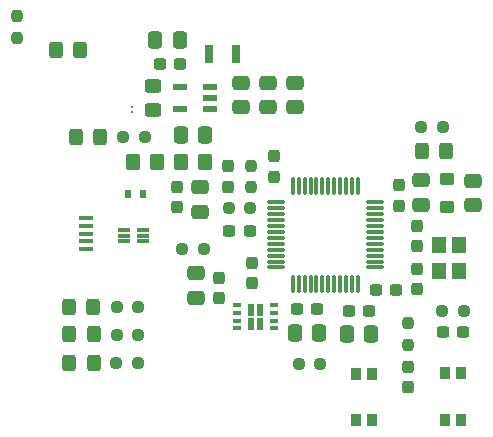
<source format=gbr>
%TF.GenerationSoftware,KiCad,Pcbnew,9.0.0*%
%TF.CreationDate,2026-01-14T19:26:19-05:00*%
%TF.ProjectId,telemetry-node,74656c65-6d65-4747-9279-2d6e6f64652e,rev?*%
%TF.SameCoordinates,Original*%
%TF.FileFunction,Paste,Top*%
%TF.FilePolarity,Positive*%
%FSLAX46Y46*%
G04 Gerber Fmt 4.6, Leading zero omitted, Abs format (unit mm)*
G04 Created by KiCad (PCBNEW 9.0.0) date 2026-01-14 19:26:19*
%MOMM*%
%LPD*%
G01*
G04 APERTURE LIST*
G04 Aperture macros list*
%AMRoundRect*
0 Rectangle with rounded corners*
0 $1 Rounding radius*
0 $2 $3 $4 $5 $6 $7 $8 $9 X,Y pos of 4 corners*
0 Add a 4 corners polygon primitive as box body*
4,1,4,$2,$3,$4,$5,$6,$7,$8,$9,$2,$3,0*
0 Add four circle primitives for the rounded corners*
1,1,$1+$1,$2,$3*
1,1,$1+$1,$4,$5*
1,1,$1+$1,$6,$7*
1,1,$1+$1,$8,$9*
0 Add four rect primitives between the rounded corners*
20,1,$1+$1,$2,$3,$4,$5,0*
20,1,$1+$1,$4,$5,$6,$7,0*
20,1,$1+$1,$6,$7,$8,$9,0*
20,1,$1+$1,$8,$9,$2,$3,0*%
G04 Aperture macros list end*
%ADD10RoundRect,0.250000X-0.475000X0.337500X-0.475000X-0.337500X0.475000X-0.337500X0.475000X0.337500X0*%
%ADD11RoundRect,0.250000X0.325000X0.450000X-0.325000X0.450000X-0.325000X-0.450000X0.325000X-0.450000X0*%
%ADD12RoundRect,0.237500X0.250000X0.237500X-0.250000X0.237500X-0.250000X-0.237500X0.250000X-0.237500X0*%
%ADD13RoundRect,0.250000X-0.337500X-0.475000X0.337500X-0.475000X0.337500X0.475000X-0.337500X0.475000X0*%
%ADD14R,1.200000X0.600000*%
%ADD15RoundRect,0.237500X-0.237500X0.300000X-0.237500X-0.300000X0.237500X-0.300000X0.237500X0.300000X0*%
%ADD16RoundRect,0.250000X-0.325000X-0.450000X0.325000X-0.450000X0.325000X0.450000X-0.325000X0.450000X0*%
%ADD17RoundRect,0.237500X0.237500X-0.300000X0.237500X0.300000X-0.237500X0.300000X-0.237500X-0.300000X0*%
%ADD18R,0.700000X1.500000*%
%ADD19RoundRect,0.250000X-0.350000X-0.450000X0.350000X-0.450000X0.350000X0.450000X-0.350000X0.450000X0*%
%ADD20RoundRect,0.250000X0.337500X0.475000X-0.337500X0.475000X-0.337500X-0.475000X0.337500X-0.475000X0*%
%ADD21RoundRect,0.237500X-0.237500X0.250000X-0.237500X-0.250000X0.237500X-0.250000X0.237500X0.250000X0*%
%ADD22RoundRect,0.237500X-0.300000X-0.237500X0.300000X-0.237500X0.300000X0.237500X-0.300000X0.237500X0*%
%ADD23R,1.300000X0.450000*%
%ADD24RoundRect,0.237500X0.300000X0.237500X-0.300000X0.237500X-0.300000X-0.237500X0.300000X-0.237500X0*%
%ADD25RoundRect,0.075000X0.662500X0.075000X-0.662500X0.075000X-0.662500X-0.075000X0.662500X-0.075000X0*%
%ADD26RoundRect,0.075000X0.075000X0.662500X-0.075000X0.662500X-0.075000X-0.662500X0.075000X-0.662500X0*%
%ADD27RoundRect,0.237500X-0.237500X0.287500X-0.237500X-0.287500X0.237500X-0.287500X0.237500X0.287500X0*%
%ADD28RoundRect,0.250000X0.350000X-0.275000X0.350000X0.275000X-0.350000X0.275000X-0.350000X-0.275000X0*%
%ADD29R,0.900000X1.050000*%
%ADD30R,0.990000X0.300000*%
%ADD31RoundRect,0.250000X-0.450000X0.325000X-0.450000X-0.325000X0.450000X-0.325000X0.450000X0.325000X0*%
%ADD32R,0.550000X0.800000*%
%ADD33R,0.280000X0.200000*%
%ADD34RoundRect,0.237500X-0.250000X-0.237500X0.250000X-0.237500X0.250000X0.237500X-0.250000X0.237500X0*%
%ADD35R,0.600000X1.000000*%
%ADD36R,0.650000X0.350000*%
%ADD37RoundRect,0.250000X0.475000X-0.337500X0.475000X0.337500X-0.475000X0.337500X-0.475000X-0.337500X0*%
%ADD38R,1.200000X1.400000*%
G04 APERTURE END LIST*
D10*
%TO.C,C25*%
X208600000Y-56425000D03*
X208600000Y-58500000D03*
%TD*%
D11*
%TO.C,D11*%
X190425000Y-53600000D03*
X188375000Y-53600000D03*
%TD*%
D12*
%TO.C,R5*%
X222912500Y-75750000D03*
X221087500Y-75750000D03*
%TD*%
%TO.C,R30*%
X195887500Y-61000000D03*
X194062500Y-61000000D03*
%TD*%
D10*
%TO.C,C23*%
X204000000Y-56400000D03*
X204000000Y-58475000D03*
%TD*%
D13*
%TO.C,C22*%
X198912500Y-60825000D03*
X200987500Y-60825000D03*
%TD*%
D14*
%TO.C,IC1*%
X201400000Y-58675000D03*
X201400000Y-57725000D03*
X201400000Y-56775000D03*
X198900000Y-56775000D03*
X198900000Y-58675000D03*
%TD*%
D15*
%TO.C,C58*%
X202187500Y-72937500D03*
X202187500Y-74662500D03*
%TD*%
D16*
%TO.C,D15*%
X189500000Y-80100000D03*
X191550000Y-80100000D03*
%TD*%
D17*
%TO.C,C18*%
X218937500Y-70275000D03*
X218937500Y-68550000D03*
%TD*%
D18*
%TO.C,L2*%
X201350000Y-54000000D03*
X203650000Y-54000000D03*
%TD*%
D12*
%TO.C,R34*%
X221100000Y-60200000D03*
X219275000Y-60200000D03*
%TD*%
D16*
%TO.C,D12*%
X190050000Y-61000000D03*
X192100000Y-61000000D03*
%TD*%
D13*
%TO.C,C16*%
X208600000Y-77600000D03*
X210675000Y-77600000D03*
%TD*%
D19*
%TO.C,R10*%
X198950000Y-63100000D03*
X200950000Y-63100000D03*
%TD*%
D10*
%TO.C,C2*%
X200550000Y-65275000D03*
X200550000Y-67350000D03*
%TD*%
D20*
%TO.C,C7*%
X215062500Y-77700000D03*
X212987500Y-77700000D03*
%TD*%
D21*
%TO.C,R4*%
X218187500Y-76787500D03*
X218187500Y-78612500D03*
%TD*%
D15*
%TO.C,C12*%
X218937500Y-72187500D03*
X218937500Y-73912500D03*
%TD*%
D12*
%TO.C,R9*%
X204812500Y-67050000D03*
X202987500Y-67050000D03*
%TD*%
%TO.C,R13*%
X210750000Y-80200000D03*
X208925000Y-80200000D03*
%TD*%
D22*
%TO.C,C13*%
X215425000Y-74000000D03*
X217150000Y-74000000D03*
%TD*%
D23*
%TO.C,J11*%
X190950000Y-67900000D03*
X190950000Y-68550000D03*
X190950000Y-69200000D03*
X190950000Y-69850000D03*
X190950000Y-70500000D03*
%TD*%
D21*
%TO.C,R29*%
X185100000Y-50787500D03*
X185100000Y-52612500D03*
%TD*%
D17*
%TO.C,C8*%
X217387500Y-66825000D03*
X217387500Y-65100000D03*
%TD*%
D15*
%TO.C,C11*%
X218187500Y-80475000D03*
X218187500Y-82200000D03*
%TD*%
D21*
%TO.C,R6*%
X204850000Y-63450000D03*
X204850000Y-65275000D03*
%TD*%
D22*
%TO.C,C17*%
X208775000Y-75600000D03*
X210500000Y-75600000D03*
%TD*%
D24*
%TO.C,C21*%
X198900000Y-54800000D03*
X197175000Y-54800000D03*
%TD*%
D16*
%TO.C,D6*%
X189487500Y-75400000D03*
X191537500Y-75400000D03*
%TD*%
D13*
%TO.C,C20*%
X196775000Y-52800000D03*
X198850000Y-52800000D03*
%TD*%
D25*
%TO.C,U1*%
X215337500Y-72050000D03*
X215337500Y-71550000D03*
X215337500Y-71050000D03*
X215337500Y-70550000D03*
X215337500Y-70050000D03*
X215337500Y-69550000D03*
X215337500Y-69050000D03*
X215337500Y-68550000D03*
X215337500Y-68050000D03*
X215337500Y-67550000D03*
X215337500Y-67050000D03*
X215337500Y-66550000D03*
D26*
X213925000Y-65137500D03*
X213425000Y-65137500D03*
X212925000Y-65137500D03*
X212425000Y-65137500D03*
X211925000Y-65137500D03*
X211425000Y-65137500D03*
X210925000Y-65137500D03*
X210425000Y-65137500D03*
X209925000Y-65137500D03*
X209425000Y-65137500D03*
X208925000Y-65137500D03*
X208425000Y-65137500D03*
D25*
X207012500Y-66550000D03*
X207012500Y-67050000D03*
X207012500Y-67550000D03*
X207012500Y-68050000D03*
X207012500Y-68550000D03*
X207012500Y-69050000D03*
X207012500Y-69550000D03*
X207012500Y-70050000D03*
X207012500Y-70550000D03*
X207012500Y-71050000D03*
X207012500Y-71550000D03*
X207012500Y-72050000D03*
D26*
X208425000Y-73462500D03*
X208925000Y-73462500D03*
X209425000Y-73462500D03*
X209925000Y-73462500D03*
X210425000Y-73462500D03*
X210925000Y-73462500D03*
X211425000Y-73462500D03*
X211925000Y-73462500D03*
X212425000Y-73462500D03*
X212925000Y-73462500D03*
X213425000Y-73462500D03*
X213925000Y-73462500D03*
%TD*%
D24*
%TO.C,C6*%
X214887500Y-75700000D03*
X213162500Y-75700000D03*
%TD*%
D11*
%TO.C,D16*%
X221400000Y-62200000D03*
X219350000Y-62200000D03*
%TD*%
D12*
%TO.C,R32*%
X195325000Y-77800000D03*
X193500000Y-77800000D03*
%TD*%
D27*
%TO.C,F2*%
X202950000Y-63487500D03*
X202950000Y-65237500D03*
%TD*%
D17*
%TO.C,C14*%
X206800000Y-64362500D03*
X206800000Y-62637500D03*
%TD*%
%TO.C,C5*%
X204937500Y-73375000D03*
X204937500Y-71650000D03*
%TD*%
D12*
%TO.C,R8*%
X195325000Y-75400000D03*
X193500000Y-75400000D03*
%TD*%
D28*
%TO.C,FB1*%
X221437500Y-66900000D03*
X221437500Y-64600000D03*
%TD*%
D29*
%TO.C,S4*%
X213787500Y-81050000D03*
X213787500Y-85000000D03*
X215087500Y-81050000D03*
X215087500Y-85000000D03*
%TD*%
D15*
%TO.C,C1*%
X198600000Y-65200000D03*
X198600000Y-66925000D03*
%TD*%
D30*
%TO.C,IC2*%
X195750000Y-69850000D03*
X195750000Y-69350000D03*
X195750000Y-68850000D03*
X194140000Y-68850000D03*
X194140000Y-69350000D03*
X194140000Y-69850000D03*
%TD*%
D31*
%TO.C,D4*%
X196550000Y-56700000D03*
X196550000Y-58750000D03*
%TD*%
D10*
%TO.C,C24*%
X206300000Y-56412500D03*
X206300000Y-58487500D03*
%TD*%
D16*
%TO.C,D7*%
X189497500Y-77700000D03*
X191547500Y-77700000D03*
%TD*%
D12*
%TO.C,R33*%
X195300000Y-80100000D03*
X193475000Y-80100000D03*
%TD*%
D10*
%TO.C,C10*%
X223687500Y-64700000D03*
X223687500Y-66775000D03*
%TD*%
D32*
%TO.C,D2*%
X195750000Y-65800000D03*
X194500000Y-65800000D03*
%TD*%
D33*
%TO.C,D1*%
X194775000Y-58850000D03*
X194775000Y-58450000D03*
%TD*%
D10*
%TO.C,C59*%
X200187500Y-72525000D03*
X200187500Y-74600000D03*
%TD*%
D19*
%TO.C,R14*%
X194900000Y-63125000D03*
X196900000Y-63125000D03*
%TD*%
D34*
%TO.C,R3*%
X199075000Y-70500000D03*
X200900000Y-70500000D03*
%TD*%
D24*
%TO.C,C19*%
X204762500Y-69000000D03*
X203037500Y-69000000D03*
%TD*%
D22*
%TO.C,C15*%
X221112500Y-77475000D03*
X222837500Y-77475000D03*
%TD*%
D35*
%TO.C,U2*%
X205625000Y-76825000D03*
X205625000Y-75625000D03*
X204850000Y-76825000D03*
X204850000Y-75625000D03*
D36*
X206787500Y-77200000D03*
X206787500Y-76550000D03*
X206787500Y-75900000D03*
X206787500Y-75250000D03*
X203687500Y-75250000D03*
X203687500Y-75900000D03*
X203687500Y-76550000D03*
X203687500Y-77200000D03*
%TD*%
D37*
%TO.C,C9*%
X219287500Y-66762500D03*
X219287500Y-64687500D03*
%TD*%
D29*
%TO.C,S3*%
X221337500Y-81025000D03*
X221337500Y-84975000D03*
X222637500Y-81025000D03*
X222637500Y-84975000D03*
%TD*%
D38*
%TO.C,Y1*%
X222487500Y-72350000D03*
X222487500Y-70150000D03*
X220787500Y-70150000D03*
X220787500Y-72350000D03*
%TD*%
M02*

</source>
